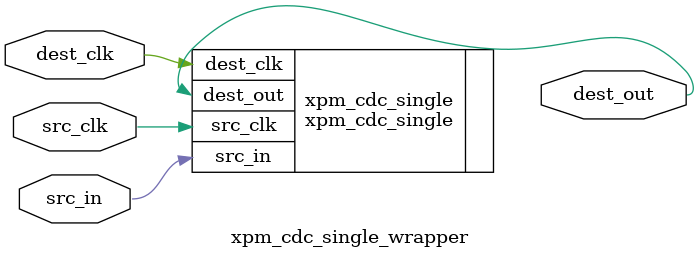
<source format=sv>

module xpm_cdc_single_wrapper #(
  // Synchronization stages -----------------------------------------------------------------------
  // Specifies the number of synchronization stages on the CDC path.
  // For proper operation, the input data must be sampled two or more times by destination clock.
  parameter int CDC_SYNC_STAGES  = 2,
  // Input stage
  parameter int SRC_INPUT_REG    = 0,

  // Behavioral simulation ------------------------------------------------------------------------
  // 0 = disable simulation init values
  // 1 = enable simulation init values
  parameter int INIT_SYNC_FF      = 0,

  // Simulation asserts flag ----------------------------------------------------------------------
  parameter int SIM_ASSERT_CHK    = 0
  )(
  // Clock
  input  logic src_clk,
  input  logic dest_clk,
  // data
  input  logic src_in,
  output logic dest_out
);
  // Xilinx Parameterized Macro
  xpm_cdc_single #(
    .DEST_SYNC_FF   (CDC_SYNC_STAGES),
    .INIT_SYNC_FF   (INIT_SYNC_FF   ),
    .SIM_ASSERT_CHK (SIM_ASSERT_CHK ),
    .SRC_INPUT_REG  (SRC_INPUT_REG  )
  ) xpm_cdc_single (
    .src_in   ( src_in   ) ,
    .dest_out ( dest_out ) ,
    .src_clk  ( src_clk  ) ,
    .dest_clk ( dest_clk )
  );

endmodule

</source>
